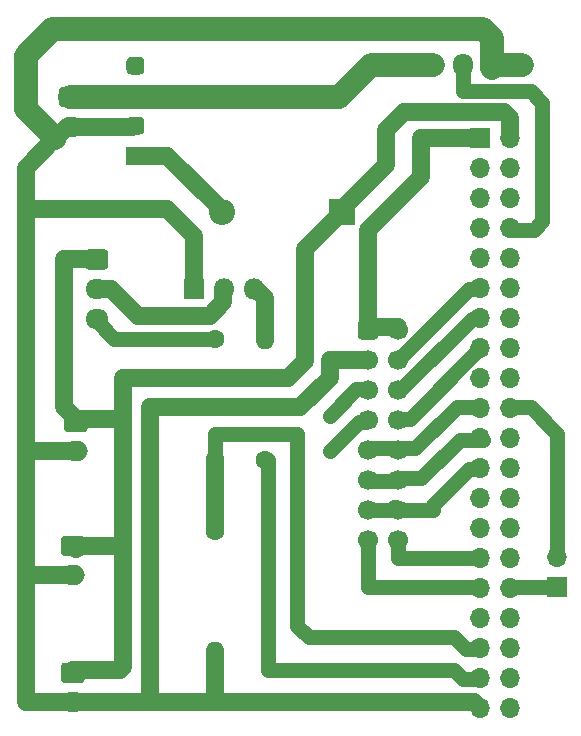
<source format=gbr>
%TF.GenerationSoftware,KiCad,Pcbnew,(5.1.8-0-10_14)*%
%TF.CreationDate,2021-07-25T13:55:07-04:00*%
%TF.ProjectId,Test,54657374-2e6b-4696-9361-645f70636258,rev?*%
%TF.SameCoordinates,PX9b0780PY44cb540*%
%TF.FileFunction,Copper,L2,Bot*%
%TF.FilePolarity,Positive*%
%FSLAX46Y46*%
G04 Gerber Fmt 4.6, Leading zero omitted, Abs format (unit mm)*
G04 Created by KiCad (PCBNEW (5.1.8-0-10_14)) date 2021-07-25 13:55:07*
%MOMM*%
%LPD*%
G01*
G04 APERTURE LIST*
%TA.AperFunction,ComponentPad*%
%ADD10O,1.700000X1.700000*%
%TD*%
%TA.AperFunction,ComponentPad*%
%ADD11R,1.700000X1.700000*%
%TD*%
%TA.AperFunction,ComponentPad*%
%ADD12O,1.600000X1.600000*%
%TD*%
%TA.AperFunction,ComponentPad*%
%ADD13C,1.600000*%
%TD*%
%TA.AperFunction,ComponentPad*%
%ADD14O,2.000000X1.700000*%
%TD*%
%TA.AperFunction,ComponentPad*%
%ADD15O,1.700000X1.950000*%
%TD*%
%TA.AperFunction,ComponentPad*%
%ADD16O,1.950000X1.700000*%
%TD*%
%TA.AperFunction,ComponentPad*%
%ADD17C,1.700000*%
%TD*%
%TA.AperFunction,ComponentPad*%
%ADD18R,1.524000X1.524000*%
%TD*%
%TA.AperFunction,ComponentPad*%
%ADD19O,1.800000X1.800000*%
%TD*%
%TA.AperFunction,ComponentPad*%
%ADD20R,1.800000X1.800000*%
%TD*%
%TA.AperFunction,ComponentPad*%
%ADD21O,2.200000X2.200000*%
%TD*%
%TA.AperFunction,ComponentPad*%
%ADD22R,2.200000X2.200000*%
%TD*%
%TA.AperFunction,ViaPad*%
%ADD23C,0.800000*%
%TD*%
%TA.AperFunction,Conductor*%
%ADD24C,1.500000*%
%TD*%
%TA.AperFunction,Conductor*%
%ADD25C,2.000000*%
%TD*%
%TA.AperFunction,Conductor*%
%ADD26C,1.250000*%
%TD*%
G04 APERTURE END LIST*
D10*
%TO.P,J9,2*%
%TO.N,GND*%
X47250000Y15790000D03*
D11*
%TO.P,J9,1*%
%TO.N,Buzzer*%
X47250000Y13250000D03*
%TD*%
D12*
%TO.P,R2,2*%
%TO.N,GND*%
X18250000Y7840000D03*
D13*
%TO.P,R2,1*%
%TO.N,ZProbe3V3*%
X18250000Y18000000D03*
%TD*%
D12*
%TO.P,R1,2*%
%TO.N,ZProbe3V3*%
X18250000Y24090000D03*
D13*
%TO.P,R1,1*%
%TO.N,ZProbeIn*%
X18250000Y34250000D03*
%TD*%
D14*
%TO.P,J8,2*%
%TO.N,GND*%
X6250000Y14250000D03*
%TO.P,J8,1*%
%TO.N,+5V*%
%TA.AperFunction,ComponentPad*%
G36*
G01*
X5500000Y17600000D02*
X7000000Y17600000D01*
G75*
G02*
X7250000Y17350000I0J-250000D01*
G01*
X7250000Y16150000D01*
G75*
G02*
X7000000Y15900000I-250000J0D01*
G01*
X5500000Y15900000D01*
G75*
G02*
X5250000Y16150000I0J250000D01*
G01*
X5250000Y17350000D01*
G75*
G02*
X5500000Y17600000I250000J0D01*
G01*
G37*
%TD.AperFunction*%
%TD*%
D15*
%TO.P,J7,5*%
%TO.N,GND*%
X44250000Y57500000D03*
%TO.P,J7,4*%
X41750000Y57500000D03*
%TO.P,J7,3*%
%TO.N,UVControl*%
X39250000Y57500000D03*
%TO.P,J7,2*%
%TO.N,+24V*%
X36750000Y57500000D03*
%TO.P,J7,1*%
%TA.AperFunction,ComponentPad*%
G36*
G01*
X33400000Y56775000D02*
X33400000Y58225000D01*
G75*
G02*
X33650000Y58475000I250000J0D01*
G01*
X34850000Y58475000D01*
G75*
G02*
X35100000Y58225000I0J-250000D01*
G01*
X35100000Y56775000D01*
G75*
G02*
X34850000Y56525000I-250000J0D01*
G01*
X33650000Y56525000D01*
G75*
G02*
X33400000Y56775000I0J250000D01*
G01*
G37*
%TD.AperFunction*%
%TD*%
D16*
%TO.P,J5,3*%
%TO.N,ZProbeIn*%
X8250000Y36000000D03*
%TO.P,J5,2*%
%TO.N,LaserGnd*%
X8250000Y38500000D03*
%TO.P,J5,1*%
%TO.N,+5V*%
%TA.AperFunction,ComponentPad*%
G36*
G01*
X7525000Y41850000D02*
X8975000Y41850000D01*
G75*
G02*
X9225000Y41600000I0J-250000D01*
G01*
X9225000Y40400000D01*
G75*
G02*
X8975000Y40150000I-250000J0D01*
G01*
X7525000Y40150000D01*
G75*
G02*
X7275000Y40400000I0J250000D01*
G01*
X7275000Y41600000D01*
G75*
G02*
X7525000Y41850000I250000J0D01*
G01*
G37*
%TD.AperFunction*%
%TD*%
D17*
%TO.P,J6,16*%
%TO.N,T_IRQ*%
X33790000Y17288000D03*
%TO.P,J6,14*%
%TO.N,SLCK*%
X33790000Y19828000D03*
%TO.P,J6,12*%
%TO.N,MISO*%
X33790000Y22368000D03*
%TO.P,J6,10*%
%TO.N,MOSI*%
X33790000Y24908000D03*
%TO.P,J6,8*%
%TO.N,RESET*%
X33790000Y27448000D03*
%TO.P,J6,6*%
%TO.N,DC*%
X33790000Y29988000D03*
%TO.P,J6,4*%
%TO.N,CS*%
X33790000Y32528000D03*
%TO.P,J6,2*%
%TO.N,+3V3*%
X33790000Y35068000D03*
%TO.P,J6,15*%
%TO.N,T_CS*%
X31250000Y17288000D03*
%TO.P,J6,13*%
%TO.N,SLCK*%
X31250000Y19828000D03*
%TO.P,J6,11*%
%TO.N,MISO*%
X31250000Y22368000D03*
%TO.P,J6,9*%
%TO.N,MOSI*%
X31250000Y24908000D03*
%TO.P,J6,7*%
%TO.N,SDA*%
X31250000Y27448000D03*
%TO.P,J6,5*%
%TO.N,SCL*%
X31250000Y29988000D03*
%TO.P,J6,3*%
%TO.N,GND*%
X31250000Y32528000D03*
%TO.P,J6,1*%
%TO.N,+3V3*%
%TA.AperFunction,ComponentPad*%
G36*
G01*
X30400000Y34468000D02*
X30400000Y35668000D01*
G75*
G02*
X30650000Y35918000I250000J0D01*
G01*
X31850000Y35918000D01*
G75*
G02*
X32100000Y35668000I0J-250000D01*
G01*
X32100000Y34468000D01*
G75*
G02*
X31850000Y34218000I-250000J0D01*
G01*
X30650000Y34218000D01*
G75*
G02*
X30400000Y34468000I0J250000D01*
G01*
G37*
%TD.AperFunction*%
%TD*%
D10*
%TO.P,J1,40*%
%TO.N,Net-(J1-Pad40)*%
X43290000Y2990000D03*
%TO.P,J1,39*%
%TO.N,GND*%
X40750000Y2990000D03*
%TO.P,J1,38*%
%TO.N,Net-(J1-Pad38)*%
X43290000Y5530000D03*
%TO.P,J1,37*%
%TO.N,LaserControl*%
X40750000Y5530000D03*
%TO.P,J1,36*%
%TO.N,Net-(J1-Pad36)*%
X43290000Y8070000D03*
%TO.P,J1,35*%
%TO.N,ZProbe3V3*%
X40750000Y8070000D03*
%TO.P,J1,34*%
%TO.N,Net-(J1-Pad34)*%
X43290000Y10610000D03*
%TO.P,J1,33*%
%TO.N,Net-(J1-Pad33)*%
X40750000Y10610000D03*
%TO.P,J1,32*%
%TO.N,Buzzer*%
X43290000Y13150000D03*
%TO.P,J1,31*%
%TO.N,T_CS*%
X40750000Y13150000D03*
%TO.P,J1,30*%
%TO.N,Net-(J1-Pad30)*%
X43290000Y15690000D03*
%TO.P,J1,29*%
%TO.N,T_IRQ*%
X40750000Y15690000D03*
%TO.P,J1,28*%
%TO.N,Net-(J1-Pad28)*%
X43290000Y18230000D03*
%TO.P,J1,27*%
%TO.N,Net-(J1-Pad27)*%
X40750000Y18230000D03*
%TO.P,J1,26*%
%TO.N,Net-(J1-Pad26)*%
X43290000Y20770000D03*
%TO.P,J1,25*%
%TO.N,Net-(J1-Pad25)*%
X40750000Y20770000D03*
%TO.P,J1,24*%
%TO.N,Net-(J1-Pad24)*%
X43290000Y23310000D03*
%TO.P,J1,23*%
%TO.N,SLCK*%
X40750000Y23310000D03*
%TO.P,J1,22*%
%TO.N,Net-(J1-Pad22)*%
X43290000Y25850000D03*
%TO.P,J1,21*%
%TO.N,MISO*%
X40750000Y25850000D03*
%TO.P,J1,20*%
%TO.N,GND*%
X43290000Y28390000D03*
%TO.P,J1,19*%
%TO.N,MOSI*%
X40750000Y28390000D03*
%TO.P,J1,18*%
%TO.N,Net-(J1-Pad18)*%
X43290000Y30930000D03*
%TO.P,J1,17*%
%TO.N,Net-(J1-Pad17)*%
X40750000Y30930000D03*
%TO.P,J1,16*%
%TO.N,Net-(J1-Pad16)*%
X43290000Y33470000D03*
%TO.P,J1,15*%
%TO.N,RESET*%
X40750000Y33470000D03*
%TO.P,J1,14*%
%TO.N,Net-(J1-Pad14)*%
X43290000Y36010000D03*
%TO.P,J1,13*%
%TO.N,DC*%
X40750000Y36010000D03*
%TO.P,J1,12*%
%TO.N,Net-(J1-Pad12)*%
X43290000Y38550000D03*
%TO.P,J1,11*%
%TO.N,CS*%
X40750000Y38550000D03*
%TO.P,J1,10*%
%TO.N,Net-(J1-Pad10)*%
X43290000Y41090000D03*
%TO.P,J1,9*%
%TO.N,Net-(J1-Pad9)*%
X40750000Y41090000D03*
%TO.P,J1,8*%
%TO.N,UVControl*%
X43290000Y43630000D03*
%TO.P,J1,7*%
%TO.N,Net-(J1-Pad7)*%
X40750000Y43630000D03*
%TO.P,J1,6*%
%TO.N,Net-(J1-Pad6)*%
X43290000Y46170000D03*
%TO.P,J1,5*%
%TO.N,SCL*%
X40750000Y46170000D03*
%TO.P,J1,4*%
%TO.N,Net-(J1-Pad4)*%
X43290000Y48710000D03*
%TO.P,J1,3*%
%TO.N,SDA*%
X40750000Y48710000D03*
%TO.P,J1,2*%
%TO.N,+5V*%
X43290000Y51250000D03*
D11*
%TO.P,J1,1*%
%TO.N,+3V3*%
X40750000Y51250000D03*
%TD*%
D14*
%TO.P,J3,2*%
%TO.N,GND*%
X6500000Y24750000D03*
%TO.P,J3,1*%
%TO.N,+5V*%
%TA.AperFunction,ComponentPad*%
G36*
G01*
X5750000Y28100000D02*
X7250000Y28100000D01*
G75*
G02*
X7500000Y27850000I0J-250000D01*
G01*
X7500000Y26650000D01*
G75*
G02*
X7250000Y26400000I-250000J0D01*
G01*
X5750000Y26400000D01*
G75*
G02*
X5500000Y26650000I0J250000D01*
G01*
X5500000Y27850000D01*
G75*
G02*
X5750000Y28100000I250000J0D01*
G01*
G37*
%TD.AperFunction*%
%TD*%
%TO.P,U1,4*%
%TO.N,Net-(U1-Pad4)*%
%TA.AperFunction,ComponentPad*%
G36*
G01*
X11931000Y56648000D02*
X11169000Y56648000D01*
G75*
G02*
X10788000Y57029000I0J381000D01*
G01*
X10788000Y57791000D01*
G75*
G02*
X11169000Y58172000I381000J0D01*
G01*
X11931000Y58172000D01*
G75*
G02*
X12312000Y57791000I0J-381000D01*
G01*
X12312000Y57029000D01*
G75*
G02*
X11931000Y56648000I-381000J0D01*
G01*
G37*
%TD.AperFunction*%
%TO.P,U1,3*%
%TO.N,+24V*%
%TA.AperFunction,ComponentPad*%
G36*
G01*
X11931000Y54108000D02*
X11169000Y54108000D01*
G75*
G02*
X10788000Y54489000I0J381000D01*
G01*
X10788000Y55251000D01*
G75*
G02*
X11169000Y55632000I381000J0D01*
G01*
X11931000Y55632000D01*
G75*
G02*
X12312000Y55251000I0J-381000D01*
G01*
X12312000Y54489000D01*
G75*
G02*
X11931000Y54108000I-381000J0D01*
G01*
G37*
%TD.AperFunction*%
%TO.P,U1,2*%
%TO.N,GND*%
%TA.AperFunction,ComponentPad*%
G36*
G01*
X11931000Y51568000D02*
X11169000Y51568000D01*
G75*
G02*
X10788000Y51949000I0J381000D01*
G01*
X10788000Y52711000D01*
G75*
G02*
X11169000Y53092000I381000J0D01*
G01*
X11931000Y53092000D01*
G75*
G02*
X12312000Y52711000I0J-381000D01*
G01*
X12312000Y51949000D01*
G75*
G02*
X11931000Y51568000I-381000J0D01*
G01*
G37*
%TD.AperFunction*%
D18*
%TO.P,U1,1*%
%TO.N,Net-(D1-Pad2)*%
X11550000Y49790000D03*
%TD*%
D19*
%TO.P,Q1,3*%
%TO.N,Net-(Q1-Pad3)*%
X21580000Y38500000D03*
%TO.P,Q1,2*%
%TO.N,LaserGnd*%
X19040000Y38500000D03*
D20*
%TO.P,Q1,1*%
%TO.N,GND*%
X16500000Y38500000D03*
%TD*%
D21*
%TO.P,D1,2*%
%TO.N,Net-(D1-Pad2)*%
X18840000Y45000000D03*
D22*
%TO.P,D1,1*%
%TO.N,+5V*%
X29000000Y45000000D03*
%TD*%
%TO.P,J2,1*%
%TO.N,+24V*%
%TA.AperFunction,ComponentPad*%
G36*
G01*
X5334000Y55600000D02*
X6834000Y55600000D01*
G75*
G02*
X7084000Y55350000I0J-250000D01*
G01*
X7084000Y54150000D01*
G75*
G02*
X6834000Y53900000I-250000J0D01*
G01*
X5334000Y53900000D01*
G75*
G02*
X5084000Y54150000I0J250000D01*
G01*
X5084000Y55350000D01*
G75*
G02*
X5334000Y55600000I250000J0D01*
G01*
G37*
%TD.AperFunction*%
D14*
%TO.P,J2,2*%
%TO.N,GND*%
X6084000Y52250000D03*
%TD*%
%TO.P,J4,2*%
%TO.N,GND*%
X6250000Y3500000D03*
%TO.P,J4,1*%
%TO.N,+5V*%
%TA.AperFunction,ComponentPad*%
G36*
G01*
X5500000Y6850000D02*
X7000000Y6850000D01*
G75*
G02*
X7250000Y6600000I0J-250000D01*
G01*
X7250000Y5400000D01*
G75*
G02*
X7000000Y5150000I-250000J0D01*
G01*
X5500000Y5150000D01*
G75*
G02*
X5250000Y5400000I0J250000D01*
G01*
X5250000Y6600000D01*
G75*
G02*
X5500000Y6850000I250000J0D01*
G01*
G37*
%TD.AperFunction*%
%TD*%
D13*
%TO.P,R3,1*%
%TO.N,LaserControl*%
X22500000Y24000000D03*
D12*
%TO.P,R3,2*%
%TO.N,Net-(Q1-Pad3)*%
X22500000Y34160000D03*
%TD*%
D23*
%TO.N,SCL*%
X28000000Y27750000D03*
%TO.N,SDA*%
X28000000Y24750000D03*
%TD*%
D24*
%TO.N,GND*%
X6000000Y14250000D02*
X2250000Y14250000D01*
X2250000Y14250000D02*
X2250000Y25000000D01*
X6250000Y3500000D02*
X2250000Y3500000D01*
X2250000Y3500000D02*
X2250000Y14250000D01*
X2500000Y24750000D02*
X2250000Y25000000D01*
X6250000Y24750000D02*
X2500000Y24750000D01*
X18250000Y3500000D02*
X18250000Y7750000D01*
X18250000Y3500000D02*
X12500000Y3500000D01*
X12500000Y3500000D02*
X6250000Y3500000D01*
X6250000Y52250000D02*
X11250000Y52250000D01*
X6000000Y52250000D02*
X5740000Y52250000D01*
X16500000Y38750000D02*
X16500000Y43000000D01*
X14226000Y45274000D02*
X2274000Y45274000D01*
X16500000Y43000000D02*
X14226000Y45274000D01*
X12750000Y3750000D02*
X12500000Y3500000D01*
X12750000Y28500000D02*
X12750000Y3750000D01*
X25500000Y28500000D02*
X12750000Y28500000D01*
X31250000Y32500000D02*
X28000000Y32500000D01*
X28000000Y31000000D02*
X25500000Y28500000D01*
X28000000Y32500000D02*
X28000000Y31000000D01*
X40250000Y3500000D02*
X40750000Y3000000D01*
X18250000Y3500000D02*
X40250000Y3500000D01*
D25*
X41750000Y57500000D02*
X44250000Y57500000D01*
D24*
X5740000Y52250000D02*
X4745000Y51255000D01*
D25*
X41750000Y59750000D02*
X41750000Y57250000D01*
X41000000Y60500000D02*
X41750000Y59750000D01*
X4745000Y51255000D02*
X2250000Y53750000D01*
X41000000Y60500000D02*
X4500000Y60500000D01*
X4500000Y60500000D02*
X2250000Y58250000D01*
X2250000Y53750000D02*
X2250000Y58250000D01*
D24*
X2274000Y48784000D02*
X4745000Y51255000D01*
X2250000Y48760000D02*
X2274000Y48784000D01*
X2250000Y25000000D02*
X2250000Y48760000D01*
D26*
X47250000Y15750000D02*
X47250000Y26250000D01*
X47250000Y26250000D02*
X45000000Y28500000D01*
X43500000Y28500000D02*
X45000000Y28500000D01*
D24*
%TO.N,+5V*%
X10500000Y27500000D02*
X7000000Y27500000D01*
X10500000Y27500000D02*
X10500000Y16750000D01*
X6750000Y16750000D02*
X6500000Y16500000D01*
X10500000Y16750000D02*
X6750000Y16750000D01*
X10500000Y16750000D02*
X10500000Y6500000D01*
X10250000Y6250000D02*
X6250000Y6250000D01*
X10500000Y6500000D02*
X10250000Y6250000D01*
X8250000Y41000000D02*
X5500000Y41000000D01*
X5500000Y28500000D02*
X6750000Y27250000D01*
X5500000Y41000000D02*
X5500000Y28500000D01*
X24500000Y31000000D02*
X25875000Y32375000D01*
X10500000Y31000000D02*
X24500000Y31000000D01*
X10500000Y27500000D02*
X10500000Y31000000D01*
X25875000Y32375000D02*
X25875000Y41875000D01*
X25875000Y41875000D02*
X29000000Y45000000D01*
D26*
X43250000Y51250000D02*
X43250000Y52025002D01*
D24*
X32750000Y49000000D02*
X28750000Y45000000D01*
X34250000Y53500000D02*
X32750000Y52000000D01*
X43250000Y51500000D02*
X43250000Y53000000D01*
X42750000Y53500000D02*
X34250000Y53500000D01*
X32750000Y52000000D02*
X32750000Y49000000D01*
X43250000Y53000000D02*
X42750000Y53500000D01*
%TO.N,Net-(D1-Pad2)*%
X14250000Y49750000D02*
X11750000Y49750000D01*
X18500000Y45500000D02*
X14250000Y49750000D01*
X18500000Y45250000D02*
X18500000Y45500000D01*
%TO.N,Net-(Q1-Pad3)*%
X22500000Y37750000D02*
X21750000Y38500000D01*
X22500000Y34250000D02*
X22500000Y37750000D01*
D26*
%TO.N,SLCK*%
X33262000Y19828000D02*
X33448081Y20014081D01*
X36750000Y19750000D02*
X31250000Y19750000D01*
X36750000Y19750000D02*
X36750000Y20250000D01*
X39750000Y23250000D02*
X40750000Y23250000D01*
X36750000Y20250000D02*
X39750000Y23250000D01*
%TO.N,MOSI*%
X31250000Y25000000D02*
X34000000Y25000000D01*
X33750000Y25000000D02*
X35250000Y25000000D01*
X38750000Y28500000D02*
X40750000Y28500000D01*
X35250000Y25000000D02*
X38750000Y28500000D01*
%TO.N,MISO*%
X33500000Y22250000D02*
X33750000Y22500000D01*
X31250000Y22250000D02*
X33500000Y22250000D01*
X33750000Y22500000D02*
X35750000Y22500000D01*
X39000000Y25750000D02*
X41000000Y25750000D01*
X35750000Y22500000D02*
X39000000Y25750000D01*
%TO.N,T_IRQ*%
X40500000Y15750000D02*
X33750000Y15750000D01*
X33750000Y15750000D02*
X33750000Y17250000D01*
%TO.N,RESET*%
X34750000Y27500000D02*
X40750000Y33500000D01*
X33750000Y27500000D02*
X34750000Y27500000D01*
%TO.N,DC*%
X34000000Y30000000D02*
X40000000Y36000000D01*
X33750000Y30000000D02*
X34000000Y30000000D01*
X40750000Y36000000D02*
X40000000Y36000000D01*
%TO.N,CS*%
X33750000Y32500000D02*
X33775002Y32500000D01*
X40500000Y38500000D02*
X40750000Y38500000D01*
X33750000Y32500000D02*
X39750000Y38500000D01*
X39750000Y38500000D02*
X40750000Y38500000D01*
D24*
%TO.N,+3V3*%
X31250000Y43500000D02*
X31250000Y35250000D01*
X35750000Y48000000D02*
X31250000Y43500000D01*
X35750000Y51250000D02*
X35750000Y48000000D01*
X40750000Y51250000D02*
X35750000Y51250000D01*
X31250000Y35250000D02*
X33750000Y35250000D01*
D26*
%TO.N,T_CS*%
X40500000Y13250000D02*
X31250000Y13250000D01*
X31250000Y13250000D02*
X31250000Y17000000D01*
%TO.N,LaserControl*%
X22750000Y24000000D02*
X22750000Y6250000D01*
X22750000Y6250000D02*
X38500000Y6250000D01*
X39250000Y5500000D02*
X40750000Y5500000D01*
X38500000Y6250000D02*
X39250000Y5500000D01*
%TO.N,UVControl*%
X39250000Y57500000D02*
X39250000Y55250000D01*
X39250000Y55250000D02*
X45000000Y55250000D01*
X45000000Y55250000D02*
X46000000Y54250000D01*
X46000000Y54250000D02*
X46000000Y44250000D01*
X45250000Y43500000D02*
X43250000Y43500000D01*
X46000000Y44250000D02*
X45250000Y43500000D01*
D24*
%TO.N,ZProbe3V3*%
X18250000Y24000000D02*
X18250000Y18000000D01*
D26*
X18250000Y24000000D02*
X18250000Y26250000D01*
X25250000Y10000000D02*
X25250000Y26250000D01*
X26250000Y9000000D02*
X25250000Y10000000D01*
X18250000Y26250000D02*
X25250000Y26250000D01*
X26250000Y9000000D02*
X38500000Y9000000D01*
X39500000Y8000000D02*
X40750000Y8000000D01*
X38500000Y9000000D02*
X39500000Y8000000D01*
%TO.N,SCL*%
X31000000Y30000000D02*
X30250000Y30000000D01*
X30250000Y30000000D02*
X28000000Y27750000D01*
X28000000Y27750000D02*
X28000000Y27750000D01*
%TO.N,SDA*%
X31000000Y27250000D02*
X30500000Y27250000D01*
X30500000Y27250000D02*
X28000000Y24750000D01*
X28000000Y24750000D02*
X28000000Y24750000D01*
D25*
%TO.N,+24V*%
X11750000Y54750000D02*
X28750000Y54750000D01*
X36750000Y57500000D02*
X34250000Y57500000D01*
X31500000Y57500000D02*
X28750000Y54750000D01*
X34250000Y57500000D02*
X31500000Y57500000D01*
X6000000Y54750000D02*
X11500000Y54750000D01*
D26*
%TO.N,ZProbeIn*%
X9750000Y34250000D02*
X8250000Y35750000D01*
X18250000Y34250000D02*
X9750000Y34250000D01*
D24*
%TO.N,LaserGnd*%
X19000000Y37399998D02*
X17850002Y36250000D01*
X19000000Y38500000D02*
X19000000Y37399998D01*
X17850002Y36250000D02*
X11750000Y36250000D01*
X9500000Y38500000D02*
X8250000Y38500000D01*
X11750000Y36250000D02*
X9500000Y38500000D01*
D26*
%TO.N,Buzzer*%
X43250000Y13250000D02*
X47250000Y13250000D01*
%TD*%
M02*

</source>
